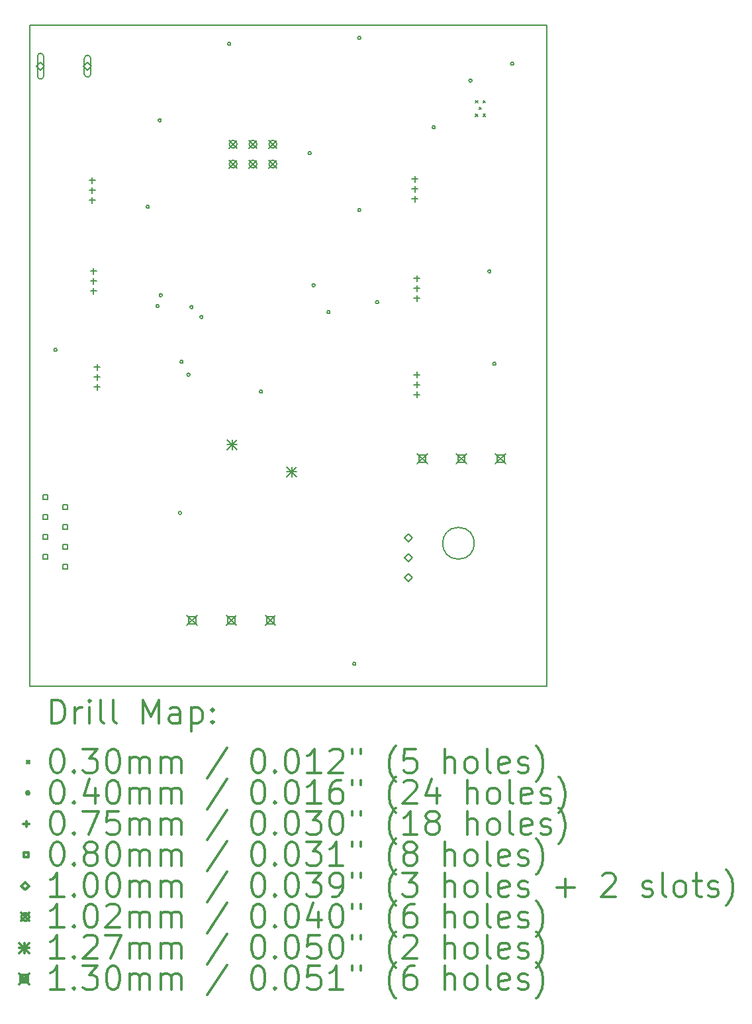
<source format=gbr>
%FSLAX45Y45*%
G04 Gerber Fmt 4.5, Leading zero omitted, Abs format (unit mm)*
G04 Created by KiCad (PCBNEW 5.0.2-bee76a0~70~ubuntu18.04.1) date Thu 14 Jan 2021 05:01:55 AM CST*
%MOMM*%
%LPD*%
G01*
G04 APERTURE LIST*
%ADD10C,0.200000*%
%ADD11C,0.300000*%
G04 APERTURE END LIST*
D10*
X18629425Y-11324222D02*
G75*
G02X18629425Y-11324222I0J-203200D01*
G01*
X19761200Y-4902200D02*
X19761200Y-13353800D01*
X13150000Y-4902200D02*
X13150000Y-13353800D01*
X13150000Y-4902200D02*
X19761200Y-4902200D01*
X13150000Y-13353800D02*
X19761200Y-13353800D01*
D10*
X18847300Y-5868000D02*
X18877300Y-5898000D01*
X18877300Y-5868000D02*
X18847300Y-5898000D01*
X18847300Y-6040000D02*
X18877300Y-6070000D01*
X18877300Y-6040000D02*
X18847300Y-6070000D01*
X18895300Y-5954000D02*
X18925300Y-5984000D01*
X18925300Y-5954000D02*
X18895300Y-5984000D01*
X18943300Y-5868000D02*
X18973300Y-5898000D01*
X18973300Y-5868000D02*
X18943300Y-5898000D01*
X18943300Y-6040000D02*
X18973300Y-6070000D01*
X18973300Y-6040000D02*
X18943300Y-6070000D01*
X13494700Y-9055100D02*
G75*
G03X13494700Y-9055100I-20000J0D01*
G01*
X14675800Y-7226300D02*
G75*
G03X14675800Y-7226300I-20000J0D01*
G01*
X14800851Y-8497070D02*
G75*
G03X14800851Y-8497070I-20000J0D01*
G01*
X14828200Y-6121400D02*
G75*
G03X14828200Y-6121400I-20000J0D01*
G01*
X14841843Y-8356425D02*
G75*
G03X14841843Y-8356425I-20000J0D01*
G01*
X15088086Y-11140954D02*
G75*
G03X15088086Y-11140954I-20000J0D01*
G01*
X15107600Y-9207500D02*
G75*
G03X15107600Y-9207500I-20000J0D01*
G01*
X15196500Y-9372600D02*
G75*
G03X15196500Y-9372600I-20000J0D01*
G01*
X15234600Y-8509000D02*
G75*
G03X15234600Y-8509000I-20000J0D01*
G01*
X15361600Y-8636000D02*
G75*
G03X15361600Y-8636000I-20000J0D01*
G01*
X15717200Y-5143500D02*
G75*
G03X15717200Y-5143500I-20000J0D01*
G01*
X16123600Y-9588500D02*
G75*
G03X16123600Y-9588500I-20000J0D01*
G01*
X16745900Y-6540500D02*
G75*
G03X16745900Y-6540500I-20000J0D01*
G01*
X16796700Y-8229600D02*
G75*
G03X16796700Y-8229600I-20000J0D01*
G01*
X16987200Y-8572500D02*
G75*
G03X16987200Y-8572500I-20000J0D01*
G01*
X17317400Y-13068300D02*
G75*
G03X17317400Y-13068300I-20000J0D01*
G01*
X17380900Y-5067300D02*
G75*
G03X17380900Y-5067300I-20000J0D01*
G01*
X17380900Y-7268000D02*
G75*
G03X17380900Y-7268000I-20000J0D01*
G01*
X17609500Y-8445500D02*
G75*
G03X17609500Y-8445500I-20000J0D01*
G01*
X18333400Y-6210300D02*
G75*
G03X18333400Y-6210300I-20000J0D01*
G01*
X18803300Y-5613400D02*
G75*
G03X18803300Y-5613400I-20000J0D01*
G01*
X19044600Y-8051800D02*
G75*
G03X19044600Y-8051800I-20000J0D01*
G01*
X19108100Y-9232900D02*
G75*
G03X19108100Y-9232900I-20000J0D01*
G01*
X19336700Y-5397500D02*
G75*
G03X19336700Y-5397500I-20000J0D01*
G01*
X14007084Y-9238580D02*
X14007084Y-9313580D01*
X13969584Y-9276080D02*
X14044584Y-9276080D01*
X14007084Y-9365580D02*
X14007084Y-9440580D01*
X13969584Y-9403080D02*
X14044584Y-9403080D01*
X14007084Y-9492580D02*
X14007084Y-9567580D01*
X13969584Y-9530080D02*
X14044584Y-9530080D01*
X18097500Y-9335100D02*
X18097500Y-9410100D01*
X18060000Y-9372600D02*
X18135000Y-9372600D01*
X18097500Y-9462100D02*
X18097500Y-9537100D01*
X18060000Y-9499600D02*
X18135000Y-9499600D01*
X18097500Y-9589100D02*
X18097500Y-9664100D01*
X18060000Y-9626600D02*
X18135000Y-9626600D01*
X13945616Y-6851996D02*
X13945616Y-6926996D01*
X13908116Y-6889496D02*
X13983116Y-6889496D01*
X13945616Y-6978996D02*
X13945616Y-7053996D01*
X13908116Y-7016496D02*
X13983116Y-7016496D01*
X13945616Y-7105996D02*
X13945616Y-7180996D01*
X13908116Y-7143496D02*
X13983116Y-7143496D01*
X18097500Y-8103200D02*
X18097500Y-8178200D01*
X18060000Y-8140700D02*
X18135000Y-8140700D01*
X18097500Y-8230200D02*
X18097500Y-8305200D01*
X18060000Y-8267700D02*
X18135000Y-8267700D01*
X18097500Y-8357200D02*
X18097500Y-8432200D01*
X18060000Y-8394700D02*
X18135000Y-8394700D01*
X13961364Y-8009220D02*
X13961364Y-8084220D01*
X13923864Y-8046720D02*
X13998864Y-8046720D01*
X13961364Y-8136220D02*
X13961364Y-8211220D01*
X13923864Y-8173720D02*
X13998864Y-8173720D01*
X13961364Y-8263220D02*
X13961364Y-8338220D01*
X13923864Y-8300720D02*
X13998864Y-8300720D01*
X18072100Y-6833200D02*
X18072100Y-6908200D01*
X18034600Y-6870700D02*
X18109600Y-6870700D01*
X18072100Y-6960200D02*
X18072100Y-7035200D01*
X18034600Y-6997700D02*
X18109600Y-6997700D01*
X18072100Y-7087200D02*
X18072100Y-7162200D01*
X18034600Y-7124700D02*
X18109600Y-7124700D01*
X13375984Y-10962985D02*
X13375984Y-10906416D01*
X13319415Y-10906416D01*
X13319415Y-10962985D01*
X13375984Y-10962985D01*
X13375984Y-11216984D02*
X13375984Y-11160416D01*
X13319415Y-11160416D01*
X13319415Y-11216984D01*
X13375984Y-11216984D01*
X13375984Y-11470984D02*
X13375984Y-11414415D01*
X13319415Y-11414415D01*
X13319415Y-11470984D01*
X13375984Y-11470984D01*
X13375984Y-11724984D02*
X13375984Y-11668415D01*
X13319415Y-11668415D01*
X13319415Y-11724984D01*
X13375984Y-11724984D01*
X13629984Y-11089985D02*
X13629984Y-11033416D01*
X13573415Y-11033416D01*
X13573415Y-11089985D01*
X13629984Y-11089985D01*
X13629984Y-11343984D02*
X13629984Y-11287415D01*
X13573415Y-11287415D01*
X13573415Y-11343984D01*
X13629984Y-11343984D01*
X13629984Y-11597984D02*
X13629984Y-11541415D01*
X13573415Y-11541415D01*
X13573415Y-11597984D01*
X13629984Y-11597984D01*
X13629984Y-11851984D02*
X13629984Y-11795415D01*
X13573415Y-11795415D01*
X13573415Y-11851984D01*
X13629984Y-11851984D01*
X17989951Y-11511027D02*
X18039951Y-11461027D01*
X17989951Y-11411027D01*
X17939951Y-11461027D01*
X17989951Y-11511027D01*
X17989951Y-11765027D02*
X18039951Y-11715027D01*
X17989951Y-11665027D01*
X17939951Y-11715027D01*
X17989951Y-11765027D01*
X17989951Y-12019027D02*
X18039951Y-11969027D01*
X17989951Y-11919027D01*
X17939951Y-11969027D01*
X17989951Y-12019027D01*
X13285164Y-5478996D02*
X13335164Y-5428996D01*
X13285164Y-5378996D01*
X13235164Y-5428996D01*
X13285164Y-5478996D01*
X13325164Y-5553996D02*
X13325164Y-5303996D01*
X13245164Y-5553996D02*
X13245164Y-5303996D01*
X13325164Y-5303996D02*
G75*
G03X13245164Y-5303996I-40000J0D01*
G01*
X13245164Y-5553996D02*
G75*
G03X13325164Y-5553996I40000J0D01*
G01*
X13885164Y-5478996D02*
X13935164Y-5428996D01*
X13885164Y-5378996D01*
X13835164Y-5428996D01*
X13885164Y-5478996D01*
X13925164Y-5528996D02*
X13925164Y-5328996D01*
X13845164Y-5528996D02*
X13845164Y-5328996D01*
X13925164Y-5328996D02*
G75*
G03X13845164Y-5328996I-40000J0D01*
G01*
X13845164Y-5528996D02*
G75*
G03X13925164Y-5528996I40000J0D01*
G01*
X15697200Y-6375400D02*
X15798800Y-6477000D01*
X15798800Y-6375400D02*
X15697200Y-6477000D01*
X15798800Y-6426200D02*
G75*
G03X15798800Y-6426200I-50800J0D01*
G01*
X15697200Y-6629400D02*
X15798800Y-6731000D01*
X15798800Y-6629400D02*
X15697200Y-6731000D01*
X15798800Y-6680200D02*
G75*
G03X15798800Y-6680200I-50800J0D01*
G01*
X15951200Y-6375400D02*
X16052800Y-6477000D01*
X16052800Y-6375400D02*
X15951200Y-6477000D01*
X16052800Y-6426200D02*
G75*
G03X16052800Y-6426200I-50800J0D01*
G01*
X15951200Y-6629400D02*
X16052800Y-6731000D01*
X16052800Y-6629400D02*
X15951200Y-6731000D01*
X16052800Y-6680200D02*
G75*
G03X16052800Y-6680200I-50800J0D01*
G01*
X16205200Y-6375400D02*
X16306800Y-6477000D01*
X16306800Y-6375400D02*
X16205200Y-6477000D01*
X16306800Y-6426200D02*
G75*
G03X16306800Y-6426200I-50800J0D01*
G01*
X16205200Y-6629400D02*
X16306800Y-6731000D01*
X16306800Y-6629400D02*
X16205200Y-6731000D01*
X16306800Y-6680200D02*
G75*
G03X16306800Y-6680200I-50800J0D01*
G01*
X15671800Y-10203180D02*
X15798800Y-10330180D01*
X15798800Y-10203180D02*
X15671800Y-10330180D01*
X15735300Y-10203180D02*
X15735300Y-10330180D01*
X15671800Y-10266680D02*
X15798800Y-10266680D01*
X16433800Y-10548620D02*
X16560800Y-10675620D01*
X16560800Y-10548620D02*
X16433800Y-10675620D01*
X16497300Y-10548620D02*
X16497300Y-10675620D01*
X16433800Y-10612120D02*
X16560800Y-10612120D01*
X18102525Y-10382922D02*
X18232525Y-10512922D01*
X18232525Y-10382922D02*
X18102525Y-10512922D01*
X18213488Y-10493884D02*
X18213488Y-10401959D01*
X18121563Y-10401959D01*
X18121563Y-10493884D01*
X18213488Y-10493884D01*
X18602525Y-10382922D02*
X18732525Y-10512922D01*
X18732525Y-10382922D02*
X18602525Y-10512922D01*
X18713488Y-10493884D02*
X18713488Y-10401959D01*
X18621563Y-10401959D01*
X18621563Y-10493884D01*
X18713488Y-10493884D01*
X19102525Y-10382922D02*
X19232525Y-10512922D01*
X19232525Y-10382922D02*
X19102525Y-10512922D01*
X19213488Y-10493884D02*
X19213488Y-10401959D01*
X19121563Y-10401959D01*
X19121563Y-10493884D01*
X19213488Y-10493884D01*
X15157600Y-12444500D02*
X15287600Y-12574500D01*
X15287600Y-12444500D02*
X15157600Y-12574500D01*
X15268562Y-12555462D02*
X15268562Y-12463538D01*
X15176638Y-12463538D01*
X15176638Y-12555462D01*
X15268562Y-12555462D01*
X15657600Y-12444500D02*
X15787600Y-12574500D01*
X15787600Y-12444500D02*
X15657600Y-12574500D01*
X15768562Y-12555462D02*
X15768562Y-12463538D01*
X15676638Y-12463538D01*
X15676638Y-12555462D01*
X15768562Y-12555462D01*
X16157600Y-12444500D02*
X16287600Y-12574500D01*
X16287600Y-12444500D02*
X16157600Y-12574500D01*
X16268562Y-12555462D02*
X16268562Y-12463538D01*
X16176638Y-12463538D01*
X16176638Y-12555462D01*
X16268562Y-12555462D01*
D11*
X13426428Y-13829514D02*
X13426428Y-13529514D01*
X13497857Y-13529514D01*
X13540714Y-13543800D01*
X13569286Y-13572371D01*
X13583571Y-13600943D01*
X13597857Y-13658086D01*
X13597857Y-13700943D01*
X13583571Y-13758086D01*
X13569286Y-13786657D01*
X13540714Y-13815229D01*
X13497857Y-13829514D01*
X13426428Y-13829514D01*
X13726428Y-13829514D02*
X13726428Y-13629514D01*
X13726428Y-13686657D02*
X13740714Y-13658086D01*
X13755000Y-13643800D01*
X13783571Y-13629514D01*
X13812143Y-13629514D01*
X13912143Y-13829514D02*
X13912143Y-13629514D01*
X13912143Y-13529514D02*
X13897857Y-13543800D01*
X13912143Y-13558086D01*
X13926428Y-13543800D01*
X13912143Y-13529514D01*
X13912143Y-13558086D01*
X14097857Y-13829514D02*
X14069286Y-13815229D01*
X14055000Y-13786657D01*
X14055000Y-13529514D01*
X14255000Y-13829514D02*
X14226428Y-13815229D01*
X14212143Y-13786657D01*
X14212143Y-13529514D01*
X14597857Y-13829514D02*
X14597857Y-13529514D01*
X14697857Y-13743800D01*
X14797857Y-13529514D01*
X14797857Y-13829514D01*
X15069286Y-13829514D02*
X15069286Y-13672371D01*
X15055000Y-13643800D01*
X15026428Y-13629514D01*
X14969286Y-13629514D01*
X14940714Y-13643800D01*
X15069286Y-13815229D02*
X15040714Y-13829514D01*
X14969286Y-13829514D01*
X14940714Y-13815229D01*
X14926428Y-13786657D01*
X14926428Y-13758086D01*
X14940714Y-13729514D01*
X14969286Y-13715229D01*
X15040714Y-13715229D01*
X15069286Y-13700943D01*
X15212143Y-13629514D02*
X15212143Y-13929514D01*
X15212143Y-13643800D02*
X15240714Y-13629514D01*
X15297857Y-13629514D01*
X15326428Y-13643800D01*
X15340714Y-13658086D01*
X15355000Y-13686657D01*
X15355000Y-13772371D01*
X15340714Y-13800943D01*
X15326428Y-13815229D01*
X15297857Y-13829514D01*
X15240714Y-13829514D01*
X15212143Y-13815229D01*
X15483571Y-13800943D02*
X15497857Y-13815229D01*
X15483571Y-13829514D01*
X15469286Y-13815229D01*
X15483571Y-13800943D01*
X15483571Y-13829514D01*
X15483571Y-13643800D02*
X15497857Y-13658086D01*
X15483571Y-13672371D01*
X15469286Y-13658086D01*
X15483571Y-13643800D01*
X15483571Y-13672371D01*
X13110000Y-14308800D02*
X13140000Y-14338800D01*
X13140000Y-14308800D02*
X13110000Y-14338800D01*
X13483571Y-14159514D02*
X13512143Y-14159514D01*
X13540714Y-14173800D01*
X13555000Y-14188086D01*
X13569286Y-14216657D01*
X13583571Y-14273800D01*
X13583571Y-14345229D01*
X13569286Y-14402371D01*
X13555000Y-14430943D01*
X13540714Y-14445229D01*
X13512143Y-14459514D01*
X13483571Y-14459514D01*
X13455000Y-14445229D01*
X13440714Y-14430943D01*
X13426428Y-14402371D01*
X13412143Y-14345229D01*
X13412143Y-14273800D01*
X13426428Y-14216657D01*
X13440714Y-14188086D01*
X13455000Y-14173800D01*
X13483571Y-14159514D01*
X13712143Y-14430943D02*
X13726428Y-14445229D01*
X13712143Y-14459514D01*
X13697857Y-14445229D01*
X13712143Y-14430943D01*
X13712143Y-14459514D01*
X13826428Y-14159514D02*
X14012143Y-14159514D01*
X13912143Y-14273800D01*
X13955000Y-14273800D01*
X13983571Y-14288086D01*
X13997857Y-14302371D01*
X14012143Y-14330943D01*
X14012143Y-14402371D01*
X13997857Y-14430943D01*
X13983571Y-14445229D01*
X13955000Y-14459514D01*
X13869286Y-14459514D01*
X13840714Y-14445229D01*
X13826428Y-14430943D01*
X14197857Y-14159514D02*
X14226428Y-14159514D01*
X14255000Y-14173800D01*
X14269286Y-14188086D01*
X14283571Y-14216657D01*
X14297857Y-14273800D01*
X14297857Y-14345229D01*
X14283571Y-14402371D01*
X14269286Y-14430943D01*
X14255000Y-14445229D01*
X14226428Y-14459514D01*
X14197857Y-14459514D01*
X14169286Y-14445229D01*
X14155000Y-14430943D01*
X14140714Y-14402371D01*
X14126428Y-14345229D01*
X14126428Y-14273800D01*
X14140714Y-14216657D01*
X14155000Y-14188086D01*
X14169286Y-14173800D01*
X14197857Y-14159514D01*
X14426428Y-14459514D02*
X14426428Y-14259514D01*
X14426428Y-14288086D02*
X14440714Y-14273800D01*
X14469286Y-14259514D01*
X14512143Y-14259514D01*
X14540714Y-14273800D01*
X14555000Y-14302371D01*
X14555000Y-14459514D01*
X14555000Y-14302371D02*
X14569286Y-14273800D01*
X14597857Y-14259514D01*
X14640714Y-14259514D01*
X14669286Y-14273800D01*
X14683571Y-14302371D01*
X14683571Y-14459514D01*
X14826428Y-14459514D02*
X14826428Y-14259514D01*
X14826428Y-14288086D02*
X14840714Y-14273800D01*
X14869286Y-14259514D01*
X14912143Y-14259514D01*
X14940714Y-14273800D01*
X14955000Y-14302371D01*
X14955000Y-14459514D01*
X14955000Y-14302371D02*
X14969286Y-14273800D01*
X14997857Y-14259514D01*
X15040714Y-14259514D01*
X15069286Y-14273800D01*
X15083571Y-14302371D01*
X15083571Y-14459514D01*
X15669286Y-14145229D02*
X15412143Y-14530943D01*
X16055000Y-14159514D02*
X16083571Y-14159514D01*
X16112143Y-14173800D01*
X16126428Y-14188086D01*
X16140714Y-14216657D01*
X16155000Y-14273800D01*
X16155000Y-14345229D01*
X16140714Y-14402371D01*
X16126428Y-14430943D01*
X16112143Y-14445229D01*
X16083571Y-14459514D01*
X16055000Y-14459514D01*
X16026428Y-14445229D01*
X16012143Y-14430943D01*
X15997857Y-14402371D01*
X15983571Y-14345229D01*
X15983571Y-14273800D01*
X15997857Y-14216657D01*
X16012143Y-14188086D01*
X16026428Y-14173800D01*
X16055000Y-14159514D01*
X16283571Y-14430943D02*
X16297857Y-14445229D01*
X16283571Y-14459514D01*
X16269286Y-14445229D01*
X16283571Y-14430943D01*
X16283571Y-14459514D01*
X16483571Y-14159514D02*
X16512143Y-14159514D01*
X16540714Y-14173800D01*
X16555000Y-14188086D01*
X16569286Y-14216657D01*
X16583571Y-14273800D01*
X16583571Y-14345229D01*
X16569286Y-14402371D01*
X16555000Y-14430943D01*
X16540714Y-14445229D01*
X16512143Y-14459514D01*
X16483571Y-14459514D01*
X16455000Y-14445229D01*
X16440714Y-14430943D01*
X16426428Y-14402371D01*
X16412143Y-14345229D01*
X16412143Y-14273800D01*
X16426428Y-14216657D01*
X16440714Y-14188086D01*
X16455000Y-14173800D01*
X16483571Y-14159514D01*
X16869286Y-14459514D02*
X16697857Y-14459514D01*
X16783571Y-14459514D02*
X16783571Y-14159514D01*
X16755000Y-14202371D01*
X16726428Y-14230943D01*
X16697857Y-14245229D01*
X16983571Y-14188086D02*
X16997857Y-14173800D01*
X17026428Y-14159514D01*
X17097857Y-14159514D01*
X17126428Y-14173800D01*
X17140714Y-14188086D01*
X17155000Y-14216657D01*
X17155000Y-14245229D01*
X17140714Y-14288086D01*
X16969286Y-14459514D01*
X17155000Y-14459514D01*
X17269286Y-14159514D02*
X17269286Y-14216657D01*
X17383571Y-14159514D02*
X17383571Y-14216657D01*
X17826428Y-14573800D02*
X17812143Y-14559514D01*
X17783571Y-14516657D01*
X17769286Y-14488086D01*
X17755000Y-14445229D01*
X17740714Y-14373800D01*
X17740714Y-14316657D01*
X17755000Y-14245229D01*
X17769286Y-14202371D01*
X17783571Y-14173800D01*
X17812143Y-14130943D01*
X17826428Y-14116657D01*
X18083571Y-14159514D02*
X17940714Y-14159514D01*
X17926428Y-14302371D01*
X17940714Y-14288086D01*
X17969286Y-14273800D01*
X18040714Y-14273800D01*
X18069286Y-14288086D01*
X18083571Y-14302371D01*
X18097857Y-14330943D01*
X18097857Y-14402371D01*
X18083571Y-14430943D01*
X18069286Y-14445229D01*
X18040714Y-14459514D01*
X17969286Y-14459514D01*
X17940714Y-14445229D01*
X17926428Y-14430943D01*
X18455000Y-14459514D02*
X18455000Y-14159514D01*
X18583571Y-14459514D02*
X18583571Y-14302371D01*
X18569286Y-14273800D01*
X18540714Y-14259514D01*
X18497857Y-14259514D01*
X18469286Y-14273800D01*
X18455000Y-14288086D01*
X18769286Y-14459514D02*
X18740714Y-14445229D01*
X18726428Y-14430943D01*
X18712143Y-14402371D01*
X18712143Y-14316657D01*
X18726428Y-14288086D01*
X18740714Y-14273800D01*
X18769286Y-14259514D01*
X18812143Y-14259514D01*
X18840714Y-14273800D01*
X18855000Y-14288086D01*
X18869286Y-14316657D01*
X18869286Y-14402371D01*
X18855000Y-14430943D01*
X18840714Y-14445229D01*
X18812143Y-14459514D01*
X18769286Y-14459514D01*
X19040714Y-14459514D02*
X19012143Y-14445229D01*
X18997857Y-14416657D01*
X18997857Y-14159514D01*
X19269286Y-14445229D02*
X19240714Y-14459514D01*
X19183571Y-14459514D01*
X19155000Y-14445229D01*
X19140714Y-14416657D01*
X19140714Y-14302371D01*
X19155000Y-14273800D01*
X19183571Y-14259514D01*
X19240714Y-14259514D01*
X19269286Y-14273800D01*
X19283571Y-14302371D01*
X19283571Y-14330943D01*
X19140714Y-14359514D01*
X19397857Y-14445229D02*
X19426428Y-14459514D01*
X19483571Y-14459514D01*
X19512143Y-14445229D01*
X19526428Y-14416657D01*
X19526428Y-14402371D01*
X19512143Y-14373800D01*
X19483571Y-14359514D01*
X19440714Y-14359514D01*
X19412143Y-14345229D01*
X19397857Y-14316657D01*
X19397857Y-14302371D01*
X19412143Y-14273800D01*
X19440714Y-14259514D01*
X19483571Y-14259514D01*
X19512143Y-14273800D01*
X19626428Y-14573800D02*
X19640714Y-14559514D01*
X19669286Y-14516657D01*
X19683571Y-14488086D01*
X19697857Y-14445229D01*
X19712143Y-14373800D01*
X19712143Y-14316657D01*
X19697857Y-14245229D01*
X19683571Y-14202371D01*
X19669286Y-14173800D01*
X19640714Y-14130943D01*
X19626428Y-14116657D01*
X13140000Y-14719800D02*
G75*
G03X13140000Y-14719800I-20000J0D01*
G01*
X13483571Y-14555514D02*
X13512143Y-14555514D01*
X13540714Y-14569800D01*
X13555000Y-14584086D01*
X13569286Y-14612657D01*
X13583571Y-14669800D01*
X13583571Y-14741229D01*
X13569286Y-14798371D01*
X13555000Y-14826943D01*
X13540714Y-14841229D01*
X13512143Y-14855514D01*
X13483571Y-14855514D01*
X13455000Y-14841229D01*
X13440714Y-14826943D01*
X13426428Y-14798371D01*
X13412143Y-14741229D01*
X13412143Y-14669800D01*
X13426428Y-14612657D01*
X13440714Y-14584086D01*
X13455000Y-14569800D01*
X13483571Y-14555514D01*
X13712143Y-14826943D02*
X13726428Y-14841229D01*
X13712143Y-14855514D01*
X13697857Y-14841229D01*
X13712143Y-14826943D01*
X13712143Y-14855514D01*
X13983571Y-14655514D02*
X13983571Y-14855514D01*
X13912143Y-14541229D02*
X13840714Y-14755514D01*
X14026428Y-14755514D01*
X14197857Y-14555514D02*
X14226428Y-14555514D01*
X14255000Y-14569800D01*
X14269286Y-14584086D01*
X14283571Y-14612657D01*
X14297857Y-14669800D01*
X14297857Y-14741229D01*
X14283571Y-14798371D01*
X14269286Y-14826943D01*
X14255000Y-14841229D01*
X14226428Y-14855514D01*
X14197857Y-14855514D01*
X14169286Y-14841229D01*
X14155000Y-14826943D01*
X14140714Y-14798371D01*
X14126428Y-14741229D01*
X14126428Y-14669800D01*
X14140714Y-14612657D01*
X14155000Y-14584086D01*
X14169286Y-14569800D01*
X14197857Y-14555514D01*
X14426428Y-14855514D02*
X14426428Y-14655514D01*
X14426428Y-14684086D02*
X14440714Y-14669800D01*
X14469286Y-14655514D01*
X14512143Y-14655514D01*
X14540714Y-14669800D01*
X14555000Y-14698371D01*
X14555000Y-14855514D01*
X14555000Y-14698371D02*
X14569286Y-14669800D01*
X14597857Y-14655514D01*
X14640714Y-14655514D01*
X14669286Y-14669800D01*
X14683571Y-14698371D01*
X14683571Y-14855514D01*
X14826428Y-14855514D02*
X14826428Y-14655514D01*
X14826428Y-14684086D02*
X14840714Y-14669800D01*
X14869286Y-14655514D01*
X14912143Y-14655514D01*
X14940714Y-14669800D01*
X14955000Y-14698371D01*
X14955000Y-14855514D01*
X14955000Y-14698371D02*
X14969286Y-14669800D01*
X14997857Y-14655514D01*
X15040714Y-14655514D01*
X15069286Y-14669800D01*
X15083571Y-14698371D01*
X15083571Y-14855514D01*
X15669286Y-14541229D02*
X15412143Y-14926943D01*
X16055000Y-14555514D02*
X16083571Y-14555514D01*
X16112143Y-14569800D01*
X16126428Y-14584086D01*
X16140714Y-14612657D01*
X16155000Y-14669800D01*
X16155000Y-14741229D01*
X16140714Y-14798371D01*
X16126428Y-14826943D01*
X16112143Y-14841229D01*
X16083571Y-14855514D01*
X16055000Y-14855514D01*
X16026428Y-14841229D01*
X16012143Y-14826943D01*
X15997857Y-14798371D01*
X15983571Y-14741229D01*
X15983571Y-14669800D01*
X15997857Y-14612657D01*
X16012143Y-14584086D01*
X16026428Y-14569800D01*
X16055000Y-14555514D01*
X16283571Y-14826943D02*
X16297857Y-14841229D01*
X16283571Y-14855514D01*
X16269286Y-14841229D01*
X16283571Y-14826943D01*
X16283571Y-14855514D01*
X16483571Y-14555514D02*
X16512143Y-14555514D01*
X16540714Y-14569800D01*
X16555000Y-14584086D01*
X16569286Y-14612657D01*
X16583571Y-14669800D01*
X16583571Y-14741229D01*
X16569286Y-14798371D01*
X16555000Y-14826943D01*
X16540714Y-14841229D01*
X16512143Y-14855514D01*
X16483571Y-14855514D01*
X16455000Y-14841229D01*
X16440714Y-14826943D01*
X16426428Y-14798371D01*
X16412143Y-14741229D01*
X16412143Y-14669800D01*
X16426428Y-14612657D01*
X16440714Y-14584086D01*
X16455000Y-14569800D01*
X16483571Y-14555514D01*
X16869286Y-14855514D02*
X16697857Y-14855514D01*
X16783571Y-14855514D02*
X16783571Y-14555514D01*
X16755000Y-14598371D01*
X16726428Y-14626943D01*
X16697857Y-14641229D01*
X17126428Y-14555514D02*
X17069286Y-14555514D01*
X17040714Y-14569800D01*
X17026428Y-14584086D01*
X16997857Y-14626943D01*
X16983571Y-14684086D01*
X16983571Y-14798371D01*
X16997857Y-14826943D01*
X17012143Y-14841229D01*
X17040714Y-14855514D01*
X17097857Y-14855514D01*
X17126428Y-14841229D01*
X17140714Y-14826943D01*
X17155000Y-14798371D01*
X17155000Y-14726943D01*
X17140714Y-14698371D01*
X17126428Y-14684086D01*
X17097857Y-14669800D01*
X17040714Y-14669800D01*
X17012143Y-14684086D01*
X16997857Y-14698371D01*
X16983571Y-14726943D01*
X17269286Y-14555514D02*
X17269286Y-14612657D01*
X17383571Y-14555514D02*
X17383571Y-14612657D01*
X17826428Y-14969800D02*
X17812143Y-14955514D01*
X17783571Y-14912657D01*
X17769286Y-14884086D01*
X17755000Y-14841229D01*
X17740714Y-14769800D01*
X17740714Y-14712657D01*
X17755000Y-14641229D01*
X17769286Y-14598371D01*
X17783571Y-14569800D01*
X17812143Y-14526943D01*
X17826428Y-14512657D01*
X17926428Y-14584086D02*
X17940714Y-14569800D01*
X17969286Y-14555514D01*
X18040714Y-14555514D01*
X18069286Y-14569800D01*
X18083571Y-14584086D01*
X18097857Y-14612657D01*
X18097857Y-14641229D01*
X18083571Y-14684086D01*
X17912143Y-14855514D01*
X18097857Y-14855514D01*
X18355000Y-14655514D02*
X18355000Y-14855514D01*
X18283571Y-14541229D02*
X18212143Y-14755514D01*
X18397857Y-14755514D01*
X18740714Y-14855514D02*
X18740714Y-14555514D01*
X18869286Y-14855514D02*
X18869286Y-14698371D01*
X18855000Y-14669800D01*
X18826428Y-14655514D01*
X18783571Y-14655514D01*
X18755000Y-14669800D01*
X18740714Y-14684086D01*
X19055000Y-14855514D02*
X19026428Y-14841229D01*
X19012143Y-14826943D01*
X18997857Y-14798371D01*
X18997857Y-14712657D01*
X19012143Y-14684086D01*
X19026428Y-14669800D01*
X19055000Y-14655514D01*
X19097857Y-14655514D01*
X19126428Y-14669800D01*
X19140714Y-14684086D01*
X19155000Y-14712657D01*
X19155000Y-14798371D01*
X19140714Y-14826943D01*
X19126428Y-14841229D01*
X19097857Y-14855514D01*
X19055000Y-14855514D01*
X19326428Y-14855514D02*
X19297857Y-14841229D01*
X19283571Y-14812657D01*
X19283571Y-14555514D01*
X19555000Y-14841229D02*
X19526428Y-14855514D01*
X19469286Y-14855514D01*
X19440714Y-14841229D01*
X19426428Y-14812657D01*
X19426428Y-14698371D01*
X19440714Y-14669800D01*
X19469286Y-14655514D01*
X19526428Y-14655514D01*
X19555000Y-14669800D01*
X19569286Y-14698371D01*
X19569286Y-14726943D01*
X19426428Y-14755514D01*
X19683571Y-14841229D02*
X19712143Y-14855514D01*
X19769286Y-14855514D01*
X19797857Y-14841229D01*
X19812143Y-14812657D01*
X19812143Y-14798371D01*
X19797857Y-14769800D01*
X19769286Y-14755514D01*
X19726428Y-14755514D01*
X19697857Y-14741229D01*
X19683571Y-14712657D01*
X19683571Y-14698371D01*
X19697857Y-14669800D01*
X19726428Y-14655514D01*
X19769286Y-14655514D01*
X19797857Y-14669800D01*
X19912143Y-14969800D02*
X19926428Y-14955514D01*
X19955000Y-14912657D01*
X19969286Y-14884086D01*
X19983571Y-14841229D01*
X19997857Y-14769800D01*
X19997857Y-14712657D01*
X19983571Y-14641229D01*
X19969286Y-14598371D01*
X19955000Y-14569800D01*
X19926428Y-14526943D01*
X19912143Y-14512657D01*
X13102500Y-15078300D02*
X13102500Y-15153300D01*
X13065000Y-15115800D02*
X13140000Y-15115800D01*
X13483571Y-14951514D02*
X13512143Y-14951514D01*
X13540714Y-14965800D01*
X13555000Y-14980086D01*
X13569286Y-15008657D01*
X13583571Y-15065800D01*
X13583571Y-15137229D01*
X13569286Y-15194371D01*
X13555000Y-15222943D01*
X13540714Y-15237229D01*
X13512143Y-15251514D01*
X13483571Y-15251514D01*
X13455000Y-15237229D01*
X13440714Y-15222943D01*
X13426428Y-15194371D01*
X13412143Y-15137229D01*
X13412143Y-15065800D01*
X13426428Y-15008657D01*
X13440714Y-14980086D01*
X13455000Y-14965800D01*
X13483571Y-14951514D01*
X13712143Y-15222943D02*
X13726428Y-15237229D01*
X13712143Y-15251514D01*
X13697857Y-15237229D01*
X13712143Y-15222943D01*
X13712143Y-15251514D01*
X13826428Y-14951514D02*
X14026428Y-14951514D01*
X13897857Y-15251514D01*
X14283571Y-14951514D02*
X14140714Y-14951514D01*
X14126428Y-15094371D01*
X14140714Y-15080086D01*
X14169286Y-15065800D01*
X14240714Y-15065800D01*
X14269286Y-15080086D01*
X14283571Y-15094371D01*
X14297857Y-15122943D01*
X14297857Y-15194371D01*
X14283571Y-15222943D01*
X14269286Y-15237229D01*
X14240714Y-15251514D01*
X14169286Y-15251514D01*
X14140714Y-15237229D01*
X14126428Y-15222943D01*
X14426428Y-15251514D02*
X14426428Y-15051514D01*
X14426428Y-15080086D02*
X14440714Y-15065800D01*
X14469286Y-15051514D01*
X14512143Y-15051514D01*
X14540714Y-15065800D01*
X14555000Y-15094371D01*
X14555000Y-15251514D01*
X14555000Y-15094371D02*
X14569286Y-15065800D01*
X14597857Y-15051514D01*
X14640714Y-15051514D01*
X14669286Y-15065800D01*
X14683571Y-15094371D01*
X14683571Y-15251514D01*
X14826428Y-15251514D02*
X14826428Y-15051514D01*
X14826428Y-15080086D02*
X14840714Y-15065800D01*
X14869286Y-15051514D01*
X14912143Y-15051514D01*
X14940714Y-15065800D01*
X14955000Y-15094371D01*
X14955000Y-15251514D01*
X14955000Y-15094371D02*
X14969286Y-15065800D01*
X14997857Y-15051514D01*
X15040714Y-15051514D01*
X15069286Y-15065800D01*
X15083571Y-15094371D01*
X15083571Y-15251514D01*
X15669286Y-14937229D02*
X15412143Y-15322943D01*
X16055000Y-14951514D02*
X16083571Y-14951514D01*
X16112143Y-14965800D01*
X16126428Y-14980086D01*
X16140714Y-15008657D01*
X16155000Y-15065800D01*
X16155000Y-15137229D01*
X16140714Y-15194371D01*
X16126428Y-15222943D01*
X16112143Y-15237229D01*
X16083571Y-15251514D01*
X16055000Y-15251514D01*
X16026428Y-15237229D01*
X16012143Y-15222943D01*
X15997857Y-15194371D01*
X15983571Y-15137229D01*
X15983571Y-15065800D01*
X15997857Y-15008657D01*
X16012143Y-14980086D01*
X16026428Y-14965800D01*
X16055000Y-14951514D01*
X16283571Y-15222943D02*
X16297857Y-15237229D01*
X16283571Y-15251514D01*
X16269286Y-15237229D01*
X16283571Y-15222943D01*
X16283571Y-15251514D01*
X16483571Y-14951514D02*
X16512143Y-14951514D01*
X16540714Y-14965800D01*
X16555000Y-14980086D01*
X16569286Y-15008657D01*
X16583571Y-15065800D01*
X16583571Y-15137229D01*
X16569286Y-15194371D01*
X16555000Y-15222943D01*
X16540714Y-15237229D01*
X16512143Y-15251514D01*
X16483571Y-15251514D01*
X16455000Y-15237229D01*
X16440714Y-15222943D01*
X16426428Y-15194371D01*
X16412143Y-15137229D01*
X16412143Y-15065800D01*
X16426428Y-15008657D01*
X16440714Y-14980086D01*
X16455000Y-14965800D01*
X16483571Y-14951514D01*
X16683571Y-14951514D02*
X16869286Y-14951514D01*
X16769286Y-15065800D01*
X16812143Y-15065800D01*
X16840714Y-15080086D01*
X16855000Y-15094371D01*
X16869286Y-15122943D01*
X16869286Y-15194371D01*
X16855000Y-15222943D01*
X16840714Y-15237229D01*
X16812143Y-15251514D01*
X16726428Y-15251514D01*
X16697857Y-15237229D01*
X16683571Y-15222943D01*
X17055000Y-14951514D02*
X17083571Y-14951514D01*
X17112143Y-14965800D01*
X17126428Y-14980086D01*
X17140714Y-15008657D01*
X17155000Y-15065800D01*
X17155000Y-15137229D01*
X17140714Y-15194371D01*
X17126428Y-15222943D01*
X17112143Y-15237229D01*
X17083571Y-15251514D01*
X17055000Y-15251514D01*
X17026428Y-15237229D01*
X17012143Y-15222943D01*
X16997857Y-15194371D01*
X16983571Y-15137229D01*
X16983571Y-15065800D01*
X16997857Y-15008657D01*
X17012143Y-14980086D01*
X17026428Y-14965800D01*
X17055000Y-14951514D01*
X17269286Y-14951514D02*
X17269286Y-15008657D01*
X17383571Y-14951514D02*
X17383571Y-15008657D01*
X17826428Y-15365800D02*
X17812143Y-15351514D01*
X17783571Y-15308657D01*
X17769286Y-15280086D01*
X17755000Y-15237229D01*
X17740714Y-15165800D01*
X17740714Y-15108657D01*
X17755000Y-15037229D01*
X17769286Y-14994371D01*
X17783571Y-14965800D01*
X17812143Y-14922943D01*
X17826428Y-14908657D01*
X18097857Y-15251514D02*
X17926428Y-15251514D01*
X18012143Y-15251514D02*
X18012143Y-14951514D01*
X17983571Y-14994371D01*
X17955000Y-15022943D01*
X17926428Y-15037229D01*
X18269286Y-15080086D02*
X18240714Y-15065800D01*
X18226428Y-15051514D01*
X18212143Y-15022943D01*
X18212143Y-15008657D01*
X18226428Y-14980086D01*
X18240714Y-14965800D01*
X18269286Y-14951514D01*
X18326428Y-14951514D01*
X18355000Y-14965800D01*
X18369286Y-14980086D01*
X18383571Y-15008657D01*
X18383571Y-15022943D01*
X18369286Y-15051514D01*
X18355000Y-15065800D01*
X18326428Y-15080086D01*
X18269286Y-15080086D01*
X18240714Y-15094371D01*
X18226428Y-15108657D01*
X18212143Y-15137229D01*
X18212143Y-15194371D01*
X18226428Y-15222943D01*
X18240714Y-15237229D01*
X18269286Y-15251514D01*
X18326428Y-15251514D01*
X18355000Y-15237229D01*
X18369286Y-15222943D01*
X18383571Y-15194371D01*
X18383571Y-15137229D01*
X18369286Y-15108657D01*
X18355000Y-15094371D01*
X18326428Y-15080086D01*
X18740714Y-15251514D02*
X18740714Y-14951514D01*
X18869286Y-15251514D02*
X18869286Y-15094371D01*
X18855000Y-15065800D01*
X18826428Y-15051514D01*
X18783571Y-15051514D01*
X18755000Y-15065800D01*
X18740714Y-15080086D01*
X19055000Y-15251514D02*
X19026428Y-15237229D01*
X19012143Y-15222943D01*
X18997857Y-15194371D01*
X18997857Y-15108657D01*
X19012143Y-15080086D01*
X19026428Y-15065800D01*
X19055000Y-15051514D01*
X19097857Y-15051514D01*
X19126428Y-15065800D01*
X19140714Y-15080086D01*
X19155000Y-15108657D01*
X19155000Y-15194371D01*
X19140714Y-15222943D01*
X19126428Y-15237229D01*
X19097857Y-15251514D01*
X19055000Y-15251514D01*
X19326428Y-15251514D02*
X19297857Y-15237229D01*
X19283571Y-15208657D01*
X19283571Y-14951514D01*
X19555000Y-15237229D02*
X19526428Y-15251514D01*
X19469286Y-15251514D01*
X19440714Y-15237229D01*
X19426428Y-15208657D01*
X19426428Y-15094371D01*
X19440714Y-15065800D01*
X19469286Y-15051514D01*
X19526428Y-15051514D01*
X19555000Y-15065800D01*
X19569286Y-15094371D01*
X19569286Y-15122943D01*
X19426428Y-15151514D01*
X19683571Y-15237229D02*
X19712143Y-15251514D01*
X19769286Y-15251514D01*
X19797857Y-15237229D01*
X19812143Y-15208657D01*
X19812143Y-15194371D01*
X19797857Y-15165800D01*
X19769286Y-15151514D01*
X19726428Y-15151514D01*
X19697857Y-15137229D01*
X19683571Y-15108657D01*
X19683571Y-15094371D01*
X19697857Y-15065800D01*
X19726428Y-15051514D01*
X19769286Y-15051514D01*
X19797857Y-15065800D01*
X19912143Y-15365800D02*
X19926428Y-15351514D01*
X19955000Y-15308657D01*
X19969286Y-15280086D01*
X19983571Y-15237229D01*
X19997857Y-15165800D01*
X19997857Y-15108657D01*
X19983571Y-15037229D01*
X19969286Y-14994371D01*
X19955000Y-14965800D01*
X19926428Y-14922943D01*
X19912143Y-14908657D01*
X13128284Y-15540085D02*
X13128284Y-15483516D01*
X13071715Y-15483516D01*
X13071715Y-15540085D01*
X13128284Y-15540085D01*
X13483571Y-15347514D02*
X13512143Y-15347514D01*
X13540714Y-15361800D01*
X13555000Y-15376086D01*
X13569286Y-15404657D01*
X13583571Y-15461800D01*
X13583571Y-15533229D01*
X13569286Y-15590371D01*
X13555000Y-15618943D01*
X13540714Y-15633229D01*
X13512143Y-15647514D01*
X13483571Y-15647514D01*
X13455000Y-15633229D01*
X13440714Y-15618943D01*
X13426428Y-15590371D01*
X13412143Y-15533229D01*
X13412143Y-15461800D01*
X13426428Y-15404657D01*
X13440714Y-15376086D01*
X13455000Y-15361800D01*
X13483571Y-15347514D01*
X13712143Y-15618943D02*
X13726428Y-15633229D01*
X13712143Y-15647514D01*
X13697857Y-15633229D01*
X13712143Y-15618943D01*
X13712143Y-15647514D01*
X13897857Y-15476086D02*
X13869286Y-15461800D01*
X13855000Y-15447514D01*
X13840714Y-15418943D01*
X13840714Y-15404657D01*
X13855000Y-15376086D01*
X13869286Y-15361800D01*
X13897857Y-15347514D01*
X13955000Y-15347514D01*
X13983571Y-15361800D01*
X13997857Y-15376086D01*
X14012143Y-15404657D01*
X14012143Y-15418943D01*
X13997857Y-15447514D01*
X13983571Y-15461800D01*
X13955000Y-15476086D01*
X13897857Y-15476086D01*
X13869286Y-15490371D01*
X13855000Y-15504657D01*
X13840714Y-15533229D01*
X13840714Y-15590371D01*
X13855000Y-15618943D01*
X13869286Y-15633229D01*
X13897857Y-15647514D01*
X13955000Y-15647514D01*
X13983571Y-15633229D01*
X13997857Y-15618943D01*
X14012143Y-15590371D01*
X14012143Y-15533229D01*
X13997857Y-15504657D01*
X13983571Y-15490371D01*
X13955000Y-15476086D01*
X14197857Y-15347514D02*
X14226428Y-15347514D01*
X14255000Y-15361800D01*
X14269286Y-15376086D01*
X14283571Y-15404657D01*
X14297857Y-15461800D01*
X14297857Y-15533229D01*
X14283571Y-15590371D01*
X14269286Y-15618943D01*
X14255000Y-15633229D01*
X14226428Y-15647514D01*
X14197857Y-15647514D01*
X14169286Y-15633229D01*
X14155000Y-15618943D01*
X14140714Y-15590371D01*
X14126428Y-15533229D01*
X14126428Y-15461800D01*
X14140714Y-15404657D01*
X14155000Y-15376086D01*
X14169286Y-15361800D01*
X14197857Y-15347514D01*
X14426428Y-15647514D02*
X14426428Y-15447514D01*
X14426428Y-15476086D02*
X14440714Y-15461800D01*
X14469286Y-15447514D01*
X14512143Y-15447514D01*
X14540714Y-15461800D01*
X14555000Y-15490371D01*
X14555000Y-15647514D01*
X14555000Y-15490371D02*
X14569286Y-15461800D01*
X14597857Y-15447514D01*
X14640714Y-15447514D01*
X14669286Y-15461800D01*
X14683571Y-15490371D01*
X14683571Y-15647514D01*
X14826428Y-15647514D02*
X14826428Y-15447514D01*
X14826428Y-15476086D02*
X14840714Y-15461800D01*
X14869286Y-15447514D01*
X14912143Y-15447514D01*
X14940714Y-15461800D01*
X14955000Y-15490371D01*
X14955000Y-15647514D01*
X14955000Y-15490371D02*
X14969286Y-15461800D01*
X14997857Y-15447514D01*
X15040714Y-15447514D01*
X15069286Y-15461800D01*
X15083571Y-15490371D01*
X15083571Y-15647514D01*
X15669286Y-15333229D02*
X15412143Y-15718943D01*
X16055000Y-15347514D02*
X16083571Y-15347514D01*
X16112143Y-15361800D01*
X16126428Y-15376086D01*
X16140714Y-15404657D01*
X16155000Y-15461800D01*
X16155000Y-15533229D01*
X16140714Y-15590371D01*
X16126428Y-15618943D01*
X16112143Y-15633229D01*
X16083571Y-15647514D01*
X16055000Y-15647514D01*
X16026428Y-15633229D01*
X16012143Y-15618943D01*
X15997857Y-15590371D01*
X15983571Y-15533229D01*
X15983571Y-15461800D01*
X15997857Y-15404657D01*
X16012143Y-15376086D01*
X16026428Y-15361800D01*
X16055000Y-15347514D01*
X16283571Y-15618943D02*
X16297857Y-15633229D01*
X16283571Y-15647514D01*
X16269286Y-15633229D01*
X16283571Y-15618943D01*
X16283571Y-15647514D01*
X16483571Y-15347514D02*
X16512143Y-15347514D01*
X16540714Y-15361800D01*
X16555000Y-15376086D01*
X16569286Y-15404657D01*
X16583571Y-15461800D01*
X16583571Y-15533229D01*
X16569286Y-15590371D01*
X16555000Y-15618943D01*
X16540714Y-15633229D01*
X16512143Y-15647514D01*
X16483571Y-15647514D01*
X16455000Y-15633229D01*
X16440714Y-15618943D01*
X16426428Y-15590371D01*
X16412143Y-15533229D01*
X16412143Y-15461800D01*
X16426428Y-15404657D01*
X16440714Y-15376086D01*
X16455000Y-15361800D01*
X16483571Y-15347514D01*
X16683571Y-15347514D02*
X16869286Y-15347514D01*
X16769286Y-15461800D01*
X16812143Y-15461800D01*
X16840714Y-15476086D01*
X16855000Y-15490371D01*
X16869286Y-15518943D01*
X16869286Y-15590371D01*
X16855000Y-15618943D01*
X16840714Y-15633229D01*
X16812143Y-15647514D01*
X16726428Y-15647514D01*
X16697857Y-15633229D01*
X16683571Y-15618943D01*
X17155000Y-15647514D02*
X16983571Y-15647514D01*
X17069286Y-15647514D02*
X17069286Y-15347514D01*
X17040714Y-15390371D01*
X17012143Y-15418943D01*
X16983571Y-15433229D01*
X17269286Y-15347514D02*
X17269286Y-15404657D01*
X17383571Y-15347514D02*
X17383571Y-15404657D01*
X17826428Y-15761800D02*
X17812143Y-15747514D01*
X17783571Y-15704657D01*
X17769286Y-15676086D01*
X17755000Y-15633229D01*
X17740714Y-15561800D01*
X17740714Y-15504657D01*
X17755000Y-15433229D01*
X17769286Y-15390371D01*
X17783571Y-15361800D01*
X17812143Y-15318943D01*
X17826428Y-15304657D01*
X17983571Y-15476086D02*
X17955000Y-15461800D01*
X17940714Y-15447514D01*
X17926428Y-15418943D01*
X17926428Y-15404657D01*
X17940714Y-15376086D01*
X17955000Y-15361800D01*
X17983571Y-15347514D01*
X18040714Y-15347514D01*
X18069286Y-15361800D01*
X18083571Y-15376086D01*
X18097857Y-15404657D01*
X18097857Y-15418943D01*
X18083571Y-15447514D01*
X18069286Y-15461800D01*
X18040714Y-15476086D01*
X17983571Y-15476086D01*
X17955000Y-15490371D01*
X17940714Y-15504657D01*
X17926428Y-15533229D01*
X17926428Y-15590371D01*
X17940714Y-15618943D01*
X17955000Y-15633229D01*
X17983571Y-15647514D01*
X18040714Y-15647514D01*
X18069286Y-15633229D01*
X18083571Y-15618943D01*
X18097857Y-15590371D01*
X18097857Y-15533229D01*
X18083571Y-15504657D01*
X18069286Y-15490371D01*
X18040714Y-15476086D01*
X18455000Y-15647514D02*
X18455000Y-15347514D01*
X18583571Y-15647514D02*
X18583571Y-15490371D01*
X18569286Y-15461800D01*
X18540714Y-15447514D01*
X18497857Y-15447514D01*
X18469286Y-15461800D01*
X18455000Y-15476086D01*
X18769286Y-15647514D02*
X18740714Y-15633229D01*
X18726428Y-15618943D01*
X18712143Y-15590371D01*
X18712143Y-15504657D01*
X18726428Y-15476086D01*
X18740714Y-15461800D01*
X18769286Y-15447514D01*
X18812143Y-15447514D01*
X18840714Y-15461800D01*
X18855000Y-15476086D01*
X18869286Y-15504657D01*
X18869286Y-15590371D01*
X18855000Y-15618943D01*
X18840714Y-15633229D01*
X18812143Y-15647514D01*
X18769286Y-15647514D01*
X19040714Y-15647514D02*
X19012143Y-15633229D01*
X18997857Y-15604657D01*
X18997857Y-15347514D01*
X19269286Y-15633229D02*
X19240714Y-15647514D01*
X19183571Y-15647514D01*
X19155000Y-15633229D01*
X19140714Y-15604657D01*
X19140714Y-15490371D01*
X19155000Y-15461800D01*
X19183571Y-15447514D01*
X19240714Y-15447514D01*
X19269286Y-15461800D01*
X19283571Y-15490371D01*
X19283571Y-15518943D01*
X19140714Y-15547514D01*
X19397857Y-15633229D02*
X19426428Y-15647514D01*
X19483571Y-15647514D01*
X19512143Y-15633229D01*
X19526428Y-15604657D01*
X19526428Y-15590371D01*
X19512143Y-15561800D01*
X19483571Y-15547514D01*
X19440714Y-15547514D01*
X19412143Y-15533229D01*
X19397857Y-15504657D01*
X19397857Y-15490371D01*
X19412143Y-15461800D01*
X19440714Y-15447514D01*
X19483571Y-15447514D01*
X19512143Y-15461800D01*
X19626428Y-15761800D02*
X19640714Y-15747514D01*
X19669286Y-15704657D01*
X19683571Y-15676086D01*
X19697857Y-15633229D01*
X19712143Y-15561800D01*
X19712143Y-15504657D01*
X19697857Y-15433229D01*
X19683571Y-15390371D01*
X19669286Y-15361800D01*
X19640714Y-15318943D01*
X19626428Y-15304657D01*
X13090000Y-15957800D02*
X13140000Y-15907800D01*
X13090000Y-15857800D01*
X13040000Y-15907800D01*
X13090000Y-15957800D01*
X13583571Y-16043514D02*
X13412143Y-16043514D01*
X13497857Y-16043514D02*
X13497857Y-15743514D01*
X13469286Y-15786371D01*
X13440714Y-15814943D01*
X13412143Y-15829229D01*
X13712143Y-16014943D02*
X13726428Y-16029229D01*
X13712143Y-16043514D01*
X13697857Y-16029229D01*
X13712143Y-16014943D01*
X13712143Y-16043514D01*
X13912143Y-15743514D02*
X13940714Y-15743514D01*
X13969286Y-15757800D01*
X13983571Y-15772086D01*
X13997857Y-15800657D01*
X14012143Y-15857800D01*
X14012143Y-15929229D01*
X13997857Y-15986371D01*
X13983571Y-16014943D01*
X13969286Y-16029229D01*
X13940714Y-16043514D01*
X13912143Y-16043514D01*
X13883571Y-16029229D01*
X13869286Y-16014943D01*
X13855000Y-15986371D01*
X13840714Y-15929229D01*
X13840714Y-15857800D01*
X13855000Y-15800657D01*
X13869286Y-15772086D01*
X13883571Y-15757800D01*
X13912143Y-15743514D01*
X14197857Y-15743514D02*
X14226428Y-15743514D01*
X14255000Y-15757800D01*
X14269286Y-15772086D01*
X14283571Y-15800657D01*
X14297857Y-15857800D01*
X14297857Y-15929229D01*
X14283571Y-15986371D01*
X14269286Y-16014943D01*
X14255000Y-16029229D01*
X14226428Y-16043514D01*
X14197857Y-16043514D01*
X14169286Y-16029229D01*
X14155000Y-16014943D01*
X14140714Y-15986371D01*
X14126428Y-15929229D01*
X14126428Y-15857800D01*
X14140714Y-15800657D01*
X14155000Y-15772086D01*
X14169286Y-15757800D01*
X14197857Y-15743514D01*
X14426428Y-16043514D02*
X14426428Y-15843514D01*
X14426428Y-15872086D02*
X14440714Y-15857800D01*
X14469286Y-15843514D01*
X14512143Y-15843514D01*
X14540714Y-15857800D01*
X14555000Y-15886371D01*
X14555000Y-16043514D01*
X14555000Y-15886371D02*
X14569286Y-15857800D01*
X14597857Y-15843514D01*
X14640714Y-15843514D01*
X14669286Y-15857800D01*
X14683571Y-15886371D01*
X14683571Y-16043514D01*
X14826428Y-16043514D02*
X14826428Y-15843514D01*
X14826428Y-15872086D02*
X14840714Y-15857800D01*
X14869286Y-15843514D01*
X14912143Y-15843514D01*
X14940714Y-15857800D01*
X14955000Y-15886371D01*
X14955000Y-16043514D01*
X14955000Y-15886371D02*
X14969286Y-15857800D01*
X14997857Y-15843514D01*
X15040714Y-15843514D01*
X15069286Y-15857800D01*
X15083571Y-15886371D01*
X15083571Y-16043514D01*
X15669286Y-15729229D02*
X15412143Y-16114943D01*
X16055000Y-15743514D02*
X16083571Y-15743514D01*
X16112143Y-15757800D01*
X16126428Y-15772086D01*
X16140714Y-15800657D01*
X16155000Y-15857800D01*
X16155000Y-15929229D01*
X16140714Y-15986371D01*
X16126428Y-16014943D01*
X16112143Y-16029229D01*
X16083571Y-16043514D01*
X16055000Y-16043514D01*
X16026428Y-16029229D01*
X16012143Y-16014943D01*
X15997857Y-15986371D01*
X15983571Y-15929229D01*
X15983571Y-15857800D01*
X15997857Y-15800657D01*
X16012143Y-15772086D01*
X16026428Y-15757800D01*
X16055000Y-15743514D01*
X16283571Y-16014943D02*
X16297857Y-16029229D01*
X16283571Y-16043514D01*
X16269286Y-16029229D01*
X16283571Y-16014943D01*
X16283571Y-16043514D01*
X16483571Y-15743514D02*
X16512143Y-15743514D01*
X16540714Y-15757800D01*
X16555000Y-15772086D01*
X16569286Y-15800657D01*
X16583571Y-15857800D01*
X16583571Y-15929229D01*
X16569286Y-15986371D01*
X16555000Y-16014943D01*
X16540714Y-16029229D01*
X16512143Y-16043514D01*
X16483571Y-16043514D01*
X16455000Y-16029229D01*
X16440714Y-16014943D01*
X16426428Y-15986371D01*
X16412143Y-15929229D01*
X16412143Y-15857800D01*
X16426428Y-15800657D01*
X16440714Y-15772086D01*
X16455000Y-15757800D01*
X16483571Y-15743514D01*
X16683571Y-15743514D02*
X16869286Y-15743514D01*
X16769286Y-15857800D01*
X16812143Y-15857800D01*
X16840714Y-15872086D01*
X16855000Y-15886371D01*
X16869286Y-15914943D01*
X16869286Y-15986371D01*
X16855000Y-16014943D01*
X16840714Y-16029229D01*
X16812143Y-16043514D01*
X16726428Y-16043514D01*
X16697857Y-16029229D01*
X16683571Y-16014943D01*
X17012143Y-16043514D02*
X17069286Y-16043514D01*
X17097857Y-16029229D01*
X17112143Y-16014943D01*
X17140714Y-15972086D01*
X17155000Y-15914943D01*
X17155000Y-15800657D01*
X17140714Y-15772086D01*
X17126428Y-15757800D01*
X17097857Y-15743514D01*
X17040714Y-15743514D01*
X17012143Y-15757800D01*
X16997857Y-15772086D01*
X16983571Y-15800657D01*
X16983571Y-15872086D01*
X16997857Y-15900657D01*
X17012143Y-15914943D01*
X17040714Y-15929229D01*
X17097857Y-15929229D01*
X17126428Y-15914943D01*
X17140714Y-15900657D01*
X17155000Y-15872086D01*
X17269286Y-15743514D02*
X17269286Y-15800657D01*
X17383571Y-15743514D02*
X17383571Y-15800657D01*
X17826428Y-16157800D02*
X17812143Y-16143514D01*
X17783571Y-16100657D01*
X17769286Y-16072086D01*
X17755000Y-16029229D01*
X17740714Y-15957800D01*
X17740714Y-15900657D01*
X17755000Y-15829229D01*
X17769286Y-15786371D01*
X17783571Y-15757800D01*
X17812143Y-15714943D01*
X17826428Y-15700657D01*
X17912143Y-15743514D02*
X18097857Y-15743514D01*
X17997857Y-15857800D01*
X18040714Y-15857800D01*
X18069286Y-15872086D01*
X18083571Y-15886371D01*
X18097857Y-15914943D01*
X18097857Y-15986371D01*
X18083571Y-16014943D01*
X18069286Y-16029229D01*
X18040714Y-16043514D01*
X17955000Y-16043514D01*
X17926428Y-16029229D01*
X17912143Y-16014943D01*
X18455000Y-16043514D02*
X18455000Y-15743514D01*
X18583571Y-16043514D02*
X18583571Y-15886371D01*
X18569286Y-15857800D01*
X18540714Y-15843514D01*
X18497857Y-15843514D01*
X18469286Y-15857800D01*
X18455000Y-15872086D01*
X18769286Y-16043514D02*
X18740714Y-16029229D01*
X18726428Y-16014943D01*
X18712143Y-15986371D01*
X18712143Y-15900657D01*
X18726428Y-15872086D01*
X18740714Y-15857800D01*
X18769286Y-15843514D01*
X18812143Y-15843514D01*
X18840714Y-15857800D01*
X18855000Y-15872086D01*
X18869286Y-15900657D01*
X18869286Y-15986371D01*
X18855000Y-16014943D01*
X18840714Y-16029229D01*
X18812143Y-16043514D01*
X18769286Y-16043514D01*
X19040714Y-16043514D02*
X19012143Y-16029229D01*
X18997857Y-16000657D01*
X18997857Y-15743514D01*
X19269286Y-16029229D02*
X19240714Y-16043514D01*
X19183571Y-16043514D01*
X19155000Y-16029229D01*
X19140714Y-16000657D01*
X19140714Y-15886371D01*
X19155000Y-15857800D01*
X19183571Y-15843514D01*
X19240714Y-15843514D01*
X19269286Y-15857800D01*
X19283571Y-15886371D01*
X19283571Y-15914943D01*
X19140714Y-15943514D01*
X19397857Y-16029229D02*
X19426428Y-16043514D01*
X19483571Y-16043514D01*
X19512143Y-16029229D01*
X19526428Y-16000657D01*
X19526428Y-15986371D01*
X19512143Y-15957800D01*
X19483571Y-15943514D01*
X19440714Y-15943514D01*
X19412143Y-15929229D01*
X19397857Y-15900657D01*
X19397857Y-15886371D01*
X19412143Y-15857800D01*
X19440714Y-15843514D01*
X19483571Y-15843514D01*
X19512143Y-15857800D01*
X19883571Y-15929229D02*
X20112143Y-15929229D01*
X19997857Y-16043514D02*
X19997857Y-15814943D01*
X20469286Y-15772086D02*
X20483571Y-15757800D01*
X20512143Y-15743514D01*
X20583571Y-15743514D01*
X20612143Y-15757800D01*
X20626428Y-15772086D01*
X20640714Y-15800657D01*
X20640714Y-15829229D01*
X20626428Y-15872086D01*
X20455000Y-16043514D01*
X20640714Y-16043514D01*
X20983571Y-16029229D02*
X21012143Y-16043514D01*
X21069286Y-16043514D01*
X21097857Y-16029229D01*
X21112143Y-16000657D01*
X21112143Y-15986371D01*
X21097857Y-15957800D01*
X21069286Y-15943514D01*
X21026428Y-15943514D01*
X20997857Y-15929229D01*
X20983571Y-15900657D01*
X20983571Y-15886371D01*
X20997857Y-15857800D01*
X21026428Y-15843514D01*
X21069286Y-15843514D01*
X21097857Y-15857800D01*
X21283571Y-16043514D02*
X21255000Y-16029229D01*
X21240714Y-16000657D01*
X21240714Y-15743514D01*
X21440714Y-16043514D02*
X21412143Y-16029229D01*
X21397857Y-16014943D01*
X21383571Y-15986371D01*
X21383571Y-15900657D01*
X21397857Y-15872086D01*
X21412143Y-15857800D01*
X21440714Y-15843514D01*
X21483571Y-15843514D01*
X21512143Y-15857800D01*
X21526428Y-15872086D01*
X21540714Y-15900657D01*
X21540714Y-15986371D01*
X21526428Y-16014943D01*
X21512143Y-16029229D01*
X21483571Y-16043514D01*
X21440714Y-16043514D01*
X21626428Y-15843514D02*
X21740714Y-15843514D01*
X21669286Y-15743514D02*
X21669286Y-16000657D01*
X21683571Y-16029229D01*
X21712143Y-16043514D01*
X21740714Y-16043514D01*
X21826428Y-16029229D02*
X21855000Y-16043514D01*
X21912143Y-16043514D01*
X21940714Y-16029229D01*
X21955000Y-16000657D01*
X21955000Y-15986371D01*
X21940714Y-15957800D01*
X21912143Y-15943514D01*
X21869286Y-15943514D01*
X21840714Y-15929229D01*
X21826428Y-15900657D01*
X21826428Y-15886371D01*
X21840714Y-15857800D01*
X21869286Y-15843514D01*
X21912143Y-15843514D01*
X21940714Y-15857800D01*
X22055000Y-16157800D02*
X22069286Y-16143514D01*
X22097857Y-16100657D01*
X22112143Y-16072086D01*
X22126428Y-16029229D01*
X22140714Y-15957800D01*
X22140714Y-15900657D01*
X22126428Y-15829229D01*
X22112143Y-15786371D01*
X22097857Y-15757800D01*
X22069286Y-15714943D01*
X22055000Y-15700657D01*
X13038400Y-16253000D02*
X13140000Y-16354600D01*
X13140000Y-16253000D02*
X13038400Y-16354600D01*
X13140000Y-16303800D02*
G75*
G03X13140000Y-16303800I-50800J0D01*
G01*
X13583571Y-16439514D02*
X13412143Y-16439514D01*
X13497857Y-16439514D02*
X13497857Y-16139514D01*
X13469286Y-16182371D01*
X13440714Y-16210943D01*
X13412143Y-16225229D01*
X13712143Y-16410943D02*
X13726428Y-16425229D01*
X13712143Y-16439514D01*
X13697857Y-16425229D01*
X13712143Y-16410943D01*
X13712143Y-16439514D01*
X13912143Y-16139514D02*
X13940714Y-16139514D01*
X13969286Y-16153800D01*
X13983571Y-16168086D01*
X13997857Y-16196657D01*
X14012143Y-16253800D01*
X14012143Y-16325229D01*
X13997857Y-16382371D01*
X13983571Y-16410943D01*
X13969286Y-16425229D01*
X13940714Y-16439514D01*
X13912143Y-16439514D01*
X13883571Y-16425229D01*
X13869286Y-16410943D01*
X13855000Y-16382371D01*
X13840714Y-16325229D01*
X13840714Y-16253800D01*
X13855000Y-16196657D01*
X13869286Y-16168086D01*
X13883571Y-16153800D01*
X13912143Y-16139514D01*
X14126428Y-16168086D02*
X14140714Y-16153800D01*
X14169286Y-16139514D01*
X14240714Y-16139514D01*
X14269286Y-16153800D01*
X14283571Y-16168086D01*
X14297857Y-16196657D01*
X14297857Y-16225229D01*
X14283571Y-16268086D01*
X14112143Y-16439514D01*
X14297857Y-16439514D01*
X14426428Y-16439514D02*
X14426428Y-16239514D01*
X14426428Y-16268086D02*
X14440714Y-16253800D01*
X14469286Y-16239514D01*
X14512143Y-16239514D01*
X14540714Y-16253800D01*
X14555000Y-16282371D01*
X14555000Y-16439514D01*
X14555000Y-16282371D02*
X14569286Y-16253800D01*
X14597857Y-16239514D01*
X14640714Y-16239514D01*
X14669286Y-16253800D01*
X14683571Y-16282371D01*
X14683571Y-16439514D01*
X14826428Y-16439514D02*
X14826428Y-16239514D01*
X14826428Y-16268086D02*
X14840714Y-16253800D01*
X14869286Y-16239514D01*
X14912143Y-16239514D01*
X14940714Y-16253800D01*
X14955000Y-16282371D01*
X14955000Y-16439514D01*
X14955000Y-16282371D02*
X14969286Y-16253800D01*
X14997857Y-16239514D01*
X15040714Y-16239514D01*
X15069286Y-16253800D01*
X15083571Y-16282371D01*
X15083571Y-16439514D01*
X15669286Y-16125229D02*
X15412143Y-16510943D01*
X16055000Y-16139514D02*
X16083571Y-16139514D01*
X16112143Y-16153800D01*
X16126428Y-16168086D01*
X16140714Y-16196657D01*
X16155000Y-16253800D01*
X16155000Y-16325229D01*
X16140714Y-16382371D01*
X16126428Y-16410943D01*
X16112143Y-16425229D01*
X16083571Y-16439514D01*
X16055000Y-16439514D01*
X16026428Y-16425229D01*
X16012143Y-16410943D01*
X15997857Y-16382371D01*
X15983571Y-16325229D01*
X15983571Y-16253800D01*
X15997857Y-16196657D01*
X16012143Y-16168086D01*
X16026428Y-16153800D01*
X16055000Y-16139514D01*
X16283571Y-16410943D02*
X16297857Y-16425229D01*
X16283571Y-16439514D01*
X16269286Y-16425229D01*
X16283571Y-16410943D01*
X16283571Y-16439514D01*
X16483571Y-16139514D02*
X16512143Y-16139514D01*
X16540714Y-16153800D01*
X16555000Y-16168086D01*
X16569286Y-16196657D01*
X16583571Y-16253800D01*
X16583571Y-16325229D01*
X16569286Y-16382371D01*
X16555000Y-16410943D01*
X16540714Y-16425229D01*
X16512143Y-16439514D01*
X16483571Y-16439514D01*
X16455000Y-16425229D01*
X16440714Y-16410943D01*
X16426428Y-16382371D01*
X16412143Y-16325229D01*
X16412143Y-16253800D01*
X16426428Y-16196657D01*
X16440714Y-16168086D01*
X16455000Y-16153800D01*
X16483571Y-16139514D01*
X16840714Y-16239514D02*
X16840714Y-16439514D01*
X16769286Y-16125229D02*
X16697857Y-16339514D01*
X16883571Y-16339514D01*
X17055000Y-16139514D02*
X17083571Y-16139514D01*
X17112143Y-16153800D01*
X17126428Y-16168086D01*
X17140714Y-16196657D01*
X17155000Y-16253800D01*
X17155000Y-16325229D01*
X17140714Y-16382371D01*
X17126428Y-16410943D01*
X17112143Y-16425229D01*
X17083571Y-16439514D01*
X17055000Y-16439514D01*
X17026428Y-16425229D01*
X17012143Y-16410943D01*
X16997857Y-16382371D01*
X16983571Y-16325229D01*
X16983571Y-16253800D01*
X16997857Y-16196657D01*
X17012143Y-16168086D01*
X17026428Y-16153800D01*
X17055000Y-16139514D01*
X17269286Y-16139514D02*
X17269286Y-16196657D01*
X17383571Y-16139514D02*
X17383571Y-16196657D01*
X17826428Y-16553800D02*
X17812143Y-16539514D01*
X17783571Y-16496657D01*
X17769286Y-16468086D01*
X17755000Y-16425229D01*
X17740714Y-16353800D01*
X17740714Y-16296657D01*
X17755000Y-16225229D01*
X17769286Y-16182371D01*
X17783571Y-16153800D01*
X17812143Y-16110943D01*
X17826428Y-16096657D01*
X18069286Y-16139514D02*
X18012143Y-16139514D01*
X17983571Y-16153800D01*
X17969286Y-16168086D01*
X17940714Y-16210943D01*
X17926428Y-16268086D01*
X17926428Y-16382371D01*
X17940714Y-16410943D01*
X17955000Y-16425229D01*
X17983571Y-16439514D01*
X18040714Y-16439514D01*
X18069286Y-16425229D01*
X18083571Y-16410943D01*
X18097857Y-16382371D01*
X18097857Y-16310943D01*
X18083571Y-16282371D01*
X18069286Y-16268086D01*
X18040714Y-16253800D01*
X17983571Y-16253800D01*
X17955000Y-16268086D01*
X17940714Y-16282371D01*
X17926428Y-16310943D01*
X18455000Y-16439514D02*
X18455000Y-16139514D01*
X18583571Y-16439514D02*
X18583571Y-16282371D01*
X18569286Y-16253800D01*
X18540714Y-16239514D01*
X18497857Y-16239514D01*
X18469286Y-16253800D01*
X18455000Y-16268086D01*
X18769286Y-16439514D02*
X18740714Y-16425229D01*
X18726428Y-16410943D01*
X18712143Y-16382371D01*
X18712143Y-16296657D01*
X18726428Y-16268086D01*
X18740714Y-16253800D01*
X18769286Y-16239514D01*
X18812143Y-16239514D01*
X18840714Y-16253800D01*
X18855000Y-16268086D01*
X18869286Y-16296657D01*
X18869286Y-16382371D01*
X18855000Y-16410943D01*
X18840714Y-16425229D01*
X18812143Y-16439514D01*
X18769286Y-16439514D01*
X19040714Y-16439514D02*
X19012143Y-16425229D01*
X18997857Y-16396657D01*
X18997857Y-16139514D01*
X19269286Y-16425229D02*
X19240714Y-16439514D01*
X19183571Y-16439514D01*
X19155000Y-16425229D01*
X19140714Y-16396657D01*
X19140714Y-16282371D01*
X19155000Y-16253800D01*
X19183571Y-16239514D01*
X19240714Y-16239514D01*
X19269286Y-16253800D01*
X19283571Y-16282371D01*
X19283571Y-16310943D01*
X19140714Y-16339514D01*
X19397857Y-16425229D02*
X19426428Y-16439514D01*
X19483571Y-16439514D01*
X19512143Y-16425229D01*
X19526428Y-16396657D01*
X19526428Y-16382371D01*
X19512143Y-16353800D01*
X19483571Y-16339514D01*
X19440714Y-16339514D01*
X19412143Y-16325229D01*
X19397857Y-16296657D01*
X19397857Y-16282371D01*
X19412143Y-16253800D01*
X19440714Y-16239514D01*
X19483571Y-16239514D01*
X19512143Y-16253800D01*
X19626428Y-16553800D02*
X19640714Y-16539514D01*
X19669286Y-16496657D01*
X19683571Y-16468086D01*
X19697857Y-16425229D01*
X19712143Y-16353800D01*
X19712143Y-16296657D01*
X19697857Y-16225229D01*
X19683571Y-16182371D01*
X19669286Y-16153800D01*
X19640714Y-16110943D01*
X19626428Y-16096657D01*
X13013000Y-16636300D02*
X13140000Y-16763300D01*
X13140000Y-16636300D02*
X13013000Y-16763300D01*
X13076500Y-16636300D02*
X13076500Y-16763300D01*
X13013000Y-16699800D02*
X13140000Y-16699800D01*
X13583571Y-16835514D02*
X13412143Y-16835514D01*
X13497857Y-16835514D02*
X13497857Y-16535514D01*
X13469286Y-16578371D01*
X13440714Y-16606943D01*
X13412143Y-16621229D01*
X13712143Y-16806943D02*
X13726428Y-16821229D01*
X13712143Y-16835514D01*
X13697857Y-16821229D01*
X13712143Y-16806943D01*
X13712143Y-16835514D01*
X13840714Y-16564086D02*
X13855000Y-16549800D01*
X13883571Y-16535514D01*
X13955000Y-16535514D01*
X13983571Y-16549800D01*
X13997857Y-16564086D01*
X14012143Y-16592657D01*
X14012143Y-16621229D01*
X13997857Y-16664086D01*
X13826428Y-16835514D01*
X14012143Y-16835514D01*
X14112143Y-16535514D02*
X14312143Y-16535514D01*
X14183571Y-16835514D01*
X14426428Y-16835514D02*
X14426428Y-16635514D01*
X14426428Y-16664086D02*
X14440714Y-16649800D01*
X14469286Y-16635514D01*
X14512143Y-16635514D01*
X14540714Y-16649800D01*
X14555000Y-16678371D01*
X14555000Y-16835514D01*
X14555000Y-16678371D02*
X14569286Y-16649800D01*
X14597857Y-16635514D01*
X14640714Y-16635514D01*
X14669286Y-16649800D01*
X14683571Y-16678371D01*
X14683571Y-16835514D01*
X14826428Y-16835514D02*
X14826428Y-16635514D01*
X14826428Y-16664086D02*
X14840714Y-16649800D01*
X14869286Y-16635514D01*
X14912143Y-16635514D01*
X14940714Y-16649800D01*
X14955000Y-16678371D01*
X14955000Y-16835514D01*
X14955000Y-16678371D02*
X14969286Y-16649800D01*
X14997857Y-16635514D01*
X15040714Y-16635514D01*
X15069286Y-16649800D01*
X15083571Y-16678371D01*
X15083571Y-16835514D01*
X15669286Y-16521229D02*
X15412143Y-16906943D01*
X16055000Y-16535514D02*
X16083571Y-16535514D01*
X16112143Y-16549800D01*
X16126428Y-16564086D01*
X16140714Y-16592657D01*
X16155000Y-16649800D01*
X16155000Y-16721229D01*
X16140714Y-16778372D01*
X16126428Y-16806943D01*
X16112143Y-16821229D01*
X16083571Y-16835514D01*
X16055000Y-16835514D01*
X16026428Y-16821229D01*
X16012143Y-16806943D01*
X15997857Y-16778372D01*
X15983571Y-16721229D01*
X15983571Y-16649800D01*
X15997857Y-16592657D01*
X16012143Y-16564086D01*
X16026428Y-16549800D01*
X16055000Y-16535514D01*
X16283571Y-16806943D02*
X16297857Y-16821229D01*
X16283571Y-16835514D01*
X16269286Y-16821229D01*
X16283571Y-16806943D01*
X16283571Y-16835514D01*
X16483571Y-16535514D02*
X16512143Y-16535514D01*
X16540714Y-16549800D01*
X16555000Y-16564086D01*
X16569286Y-16592657D01*
X16583571Y-16649800D01*
X16583571Y-16721229D01*
X16569286Y-16778372D01*
X16555000Y-16806943D01*
X16540714Y-16821229D01*
X16512143Y-16835514D01*
X16483571Y-16835514D01*
X16455000Y-16821229D01*
X16440714Y-16806943D01*
X16426428Y-16778372D01*
X16412143Y-16721229D01*
X16412143Y-16649800D01*
X16426428Y-16592657D01*
X16440714Y-16564086D01*
X16455000Y-16549800D01*
X16483571Y-16535514D01*
X16855000Y-16535514D02*
X16712143Y-16535514D01*
X16697857Y-16678371D01*
X16712143Y-16664086D01*
X16740714Y-16649800D01*
X16812143Y-16649800D01*
X16840714Y-16664086D01*
X16855000Y-16678371D01*
X16869286Y-16706943D01*
X16869286Y-16778372D01*
X16855000Y-16806943D01*
X16840714Y-16821229D01*
X16812143Y-16835514D01*
X16740714Y-16835514D01*
X16712143Y-16821229D01*
X16697857Y-16806943D01*
X17055000Y-16535514D02*
X17083571Y-16535514D01*
X17112143Y-16549800D01*
X17126428Y-16564086D01*
X17140714Y-16592657D01*
X17155000Y-16649800D01*
X17155000Y-16721229D01*
X17140714Y-16778372D01*
X17126428Y-16806943D01*
X17112143Y-16821229D01*
X17083571Y-16835514D01*
X17055000Y-16835514D01*
X17026428Y-16821229D01*
X17012143Y-16806943D01*
X16997857Y-16778372D01*
X16983571Y-16721229D01*
X16983571Y-16649800D01*
X16997857Y-16592657D01*
X17012143Y-16564086D01*
X17026428Y-16549800D01*
X17055000Y-16535514D01*
X17269286Y-16535514D02*
X17269286Y-16592657D01*
X17383571Y-16535514D02*
X17383571Y-16592657D01*
X17826428Y-16949800D02*
X17812143Y-16935514D01*
X17783571Y-16892657D01*
X17769286Y-16864086D01*
X17755000Y-16821229D01*
X17740714Y-16749800D01*
X17740714Y-16692657D01*
X17755000Y-16621229D01*
X17769286Y-16578371D01*
X17783571Y-16549800D01*
X17812143Y-16506943D01*
X17826428Y-16492657D01*
X17926428Y-16564086D02*
X17940714Y-16549800D01*
X17969286Y-16535514D01*
X18040714Y-16535514D01*
X18069286Y-16549800D01*
X18083571Y-16564086D01*
X18097857Y-16592657D01*
X18097857Y-16621229D01*
X18083571Y-16664086D01*
X17912143Y-16835514D01*
X18097857Y-16835514D01*
X18455000Y-16835514D02*
X18455000Y-16535514D01*
X18583571Y-16835514D02*
X18583571Y-16678371D01*
X18569286Y-16649800D01*
X18540714Y-16635514D01*
X18497857Y-16635514D01*
X18469286Y-16649800D01*
X18455000Y-16664086D01*
X18769286Y-16835514D02*
X18740714Y-16821229D01*
X18726428Y-16806943D01*
X18712143Y-16778372D01*
X18712143Y-16692657D01*
X18726428Y-16664086D01*
X18740714Y-16649800D01*
X18769286Y-16635514D01*
X18812143Y-16635514D01*
X18840714Y-16649800D01*
X18855000Y-16664086D01*
X18869286Y-16692657D01*
X18869286Y-16778372D01*
X18855000Y-16806943D01*
X18840714Y-16821229D01*
X18812143Y-16835514D01*
X18769286Y-16835514D01*
X19040714Y-16835514D02*
X19012143Y-16821229D01*
X18997857Y-16792657D01*
X18997857Y-16535514D01*
X19269286Y-16821229D02*
X19240714Y-16835514D01*
X19183571Y-16835514D01*
X19155000Y-16821229D01*
X19140714Y-16792657D01*
X19140714Y-16678371D01*
X19155000Y-16649800D01*
X19183571Y-16635514D01*
X19240714Y-16635514D01*
X19269286Y-16649800D01*
X19283571Y-16678371D01*
X19283571Y-16706943D01*
X19140714Y-16735514D01*
X19397857Y-16821229D02*
X19426428Y-16835514D01*
X19483571Y-16835514D01*
X19512143Y-16821229D01*
X19526428Y-16792657D01*
X19526428Y-16778372D01*
X19512143Y-16749800D01*
X19483571Y-16735514D01*
X19440714Y-16735514D01*
X19412143Y-16721229D01*
X19397857Y-16692657D01*
X19397857Y-16678371D01*
X19412143Y-16649800D01*
X19440714Y-16635514D01*
X19483571Y-16635514D01*
X19512143Y-16649800D01*
X19626428Y-16949800D02*
X19640714Y-16935514D01*
X19669286Y-16892657D01*
X19683571Y-16864086D01*
X19697857Y-16821229D01*
X19712143Y-16749800D01*
X19712143Y-16692657D01*
X19697857Y-16621229D01*
X19683571Y-16578371D01*
X19669286Y-16549800D01*
X19640714Y-16506943D01*
X19626428Y-16492657D01*
X13010000Y-17030800D02*
X13140000Y-17160800D01*
X13140000Y-17030800D02*
X13010000Y-17160800D01*
X13120962Y-17141763D02*
X13120962Y-17049838D01*
X13029037Y-17049838D01*
X13029037Y-17141763D01*
X13120962Y-17141763D01*
X13583571Y-17231514D02*
X13412143Y-17231514D01*
X13497857Y-17231514D02*
X13497857Y-16931514D01*
X13469286Y-16974372D01*
X13440714Y-17002943D01*
X13412143Y-17017229D01*
X13712143Y-17202943D02*
X13726428Y-17217229D01*
X13712143Y-17231514D01*
X13697857Y-17217229D01*
X13712143Y-17202943D01*
X13712143Y-17231514D01*
X13826428Y-16931514D02*
X14012143Y-16931514D01*
X13912143Y-17045800D01*
X13955000Y-17045800D01*
X13983571Y-17060086D01*
X13997857Y-17074372D01*
X14012143Y-17102943D01*
X14012143Y-17174372D01*
X13997857Y-17202943D01*
X13983571Y-17217229D01*
X13955000Y-17231514D01*
X13869286Y-17231514D01*
X13840714Y-17217229D01*
X13826428Y-17202943D01*
X14197857Y-16931514D02*
X14226428Y-16931514D01*
X14255000Y-16945800D01*
X14269286Y-16960086D01*
X14283571Y-16988657D01*
X14297857Y-17045800D01*
X14297857Y-17117229D01*
X14283571Y-17174372D01*
X14269286Y-17202943D01*
X14255000Y-17217229D01*
X14226428Y-17231514D01*
X14197857Y-17231514D01*
X14169286Y-17217229D01*
X14155000Y-17202943D01*
X14140714Y-17174372D01*
X14126428Y-17117229D01*
X14126428Y-17045800D01*
X14140714Y-16988657D01*
X14155000Y-16960086D01*
X14169286Y-16945800D01*
X14197857Y-16931514D01*
X14426428Y-17231514D02*
X14426428Y-17031514D01*
X14426428Y-17060086D02*
X14440714Y-17045800D01*
X14469286Y-17031514D01*
X14512143Y-17031514D01*
X14540714Y-17045800D01*
X14555000Y-17074372D01*
X14555000Y-17231514D01*
X14555000Y-17074372D02*
X14569286Y-17045800D01*
X14597857Y-17031514D01*
X14640714Y-17031514D01*
X14669286Y-17045800D01*
X14683571Y-17074372D01*
X14683571Y-17231514D01*
X14826428Y-17231514D02*
X14826428Y-17031514D01*
X14826428Y-17060086D02*
X14840714Y-17045800D01*
X14869286Y-17031514D01*
X14912143Y-17031514D01*
X14940714Y-17045800D01*
X14955000Y-17074372D01*
X14955000Y-17231514D01*
X14955000Y-17074372D02*
X14969286Y-17045800D01*
X14997857Y-17031514D01*
X15040714Y-17031514D01*
X15069286Y-17045800D01*
X15083571Y-17074372D01*
X15083571Y-17231514D01*
X15669286Y-16917229D02*
X15412143Y-17302943D01*
X16055000Y-16931514D02*
X16083571Y-16931514D01*
X16112143Y-16945800D01*
X16126428Y-16960086D01*
X16140714Y-16988657D01*
X16155000Y-17045800D01*
X16155000Y-17117229D01*
X16140714Y-17174372D01*
X16126428Y-17202943D01*
X16112143Y-17217229D01*
X16083571Y-17231514D01*
X16055000Y-17231514D01*
X16026428Y-17217229D01*
X16012143Y-17202943D01*
X15997857Y-17174372D01*
X15983571Y-17117229D01*
X15983571Y-17045800D01*
X15997857Y-16988657D01*
X16012143Y-16960086D01*
X16026428Y-16945800D01*
X16055000Y-16931514D01*
X16283571Y-17202943D02*
X16297857Y-17217229D01*
X16283571Y-17231514D01*
X16269286Y-17217229D01*
X16283571Y-17202943D01*
X16283571Y-17231514D01*
X16483571Y-16931514D02*
X16512143Y-16931514D01*
X16540714Y-16945800D01*
X16555000Y-16960086D01*
X16569286Y-16988657D01*
X16583571Y-17045800D01*
X16583571Y-17117229D01*
X16569286Y-17174372D01*
X16555000Y-17202943D01*
X16540714Y-17217229D01*
X16512143Y-17231514D01*
X16483571Y-17231514D01*
X16455000Y-17217229D01*
X16440714Y-17202943D01*
X16426428Y-17174372D01*
X16412143Y-17117229D01*
X16412143Y-17045800D01*
X16426428Y-16988657D01*
X16440714Y-16960086D01*
X16455000Y-16945800D01*
X16483571Y-16931514D01*
X16855000Y-16931514D02*
X16712143Y-16931514D01*
X16697857Y-17074372D01*
X16712143Y-17060086D01*
X16740714Y-17045800D01*
X16812143Y-17045800D01*
X16840714Y-17060086D01*
X16855000Y-17074372D01*
X16869286Y-17102943D01*
X16869286Y-17174372D01*
X16855000Y-17202943D01*
X16840714Y-17217229D01*
X16812143Y-17231514D01*
X16740714Y-17231514D01*
X16712143Y-17217229D01*
X16697857Y-17202943D01*
X17155000Y-17231514D02*
X16983571Y-17231514D01*
X17069286Y-17231514D02*
X17069286Y-16931514D01*
X17040714Y-16974372D01*
X17012143Y-17002943D01*
X16983571Y-17017229D01*
X17269286Y-16931514D02*
X17269286Y-16988657D01*
X17383571Y-16931514D02*
X17383571Y-16988657D01*
X17826428Y-17345800D02*
X17812143Y-17331514D01*
X17783571Y-17288657D01*
X17769286Y-17260086D01*
X17755000Y-17217229D01*
X17740714Y-17145800D01*
X17740714Y-17088657D01*
X17755000Y-17017229D01*
X17769286Y-16974372D01*
X17783571Y-16945800D01*
X17812143Y-16902943D01*
X17826428Y-16888657D01*
X18069286Y-16931514D02*
X18012143Y-16931514D01*
X17983571Y-16945800D01*
X17969286Y-16960086D01*
X17940714Y-17002943D01*
X17926428Y-17060086D01*
X17926428Y-17174372D01*
X17940714Y-17202943D01*
X17955000Y-17217229D01*
X17983571Y-17231514D01*
X18040714Y-17231514D01*
X18069286Y-17217229D01*
X18083571Y-17202943D01*
X18097857Y-17174372D01*
X18097857Y-17102943D01*
X18083571Y-17074372D01*
X18069286Y-17060086D01*
X18040714Y-17045800D01*
X17983571Y-17045800D01*
X17955000Y-17060086D01*
X17940714Y-17074372D01*
X17926428Y-17102943D01*
X18455000Y-17231514D02*
X18455000Y-16931514D01*
X18583571Y-17231514D02*
X18583571Y-17074372D01*
X18569286Y-17045800D01*
X18540714Y-17031514D01*
X18497857Y-17031514D01*
X18469286Y-17045800D01*
X18455000Y-17060086D01*
X18769286Y-17231514D02*
X18740714Y-17217229D01*
X18726428Y-17202943D01*
X18712143Y-17174372D01*
X18712143Y-17088657D01*
X18726428Y-17060086D01*
X18740714Y-17045800D01*
X18769286Y-17031514D01*
X18812143Y-17031514D01*
X18840714Y-17045800D01*
X18855000Y-17060086D01*
X18869286Y-17088657D01*
X18869286Y-17174372D01*
X18855000Y-17202943D01*
X18840714Y-17217229D01*
X18812143Y-17231514D01*
X18769286Y-17231514D01*
X19040714Y-17231514D02*
X19012143Y-17217229D01*
X18997857Y-17188657D01*
X18997857Y-16931514D01*
X19269286Y-17217229D02*
X19240714Y-17231514D01*
X19183571Y-17231514D01*
X19155000Y-17217229D01*
X19140714Y-17188657D01*
X19140714Y-17074372D01*
X19155000Y-17045800D01*
X19183571Y-17031514D01*
X19240714Y-17031514D01*
X19269286Y-17045800D01*
X19283571Y-17074372D01*
X19283571Y-17102943D01*
X19140714Y-17131514D01*
X19397857Y-17217229D02*
X19426428Y-17231514D01*
X19483571Y-17231514D01*
X19512143Y-17217229D01*
X19526428Y-17188657D01*
X19526428Y-17174372D01*
X19512143Y-17145800D01*
X19483571Y-17131514D01*
X19440714Y-17131514D01*
X19412143Y-17117229D01*
X19397857Y-17088657D01*
X19397857Y-17074372D01*
X19412143Y-17045800D01*
X19440714Y-17031514D01*
X19483571Y-17031514D01*
X19512143Y-17045800D01*
X19626428Y-17345800D02*
X19640714Y-17331514D01*
X19669286Y-17288657D01*
X19683571Y-17260086D01*
X19697857Y-17217229D01*
X19712143Y-17145800D01*
X19712143Y-17088657D01*
X19697857Y-17017229D01*
X19683571Y-16974372D01*
X19669286Y-16945800D01*
X19640714Y-16902943D01*
X19626428Y-16888657D01*
M02*

</source>
